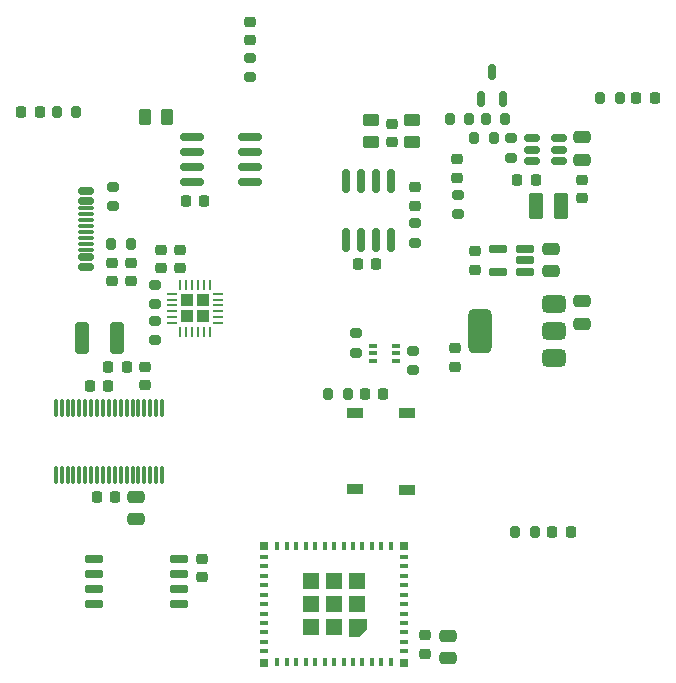
<source format=gtp>
G04 #@! TF.GenerationSoftware,KiCad,Pcbnew,8.0.6*
G04 #@! TF.CreationDate,2025-01-17T02:24:04-08:00*
G04 #@! TF.ProjectId,Constellation Stack V2.0,436f6e73-7465-46c6-9c61-74696f6e2053,rev?*
G04 #@! TF.SameCoordinates,Original*
G04 #@! TF.FileFunction,Paste,Top*
G04 #@! TF.FilePolarity,Positive*
%FSLAX46Y46*%
G04 Gerber Fmt 4.6, Leading zero omitted, Abs format (unit mm)*
G04 Created by KiCad (PCBNEW 8.0.6) date 2025-01-17 02:24:04*
%MOMM*%
%LPD*%
G01*
G04 APERTURE LIST*
G04 Aperture macros list*
%AMRoundRect*
0 Rectangle with rounded corners*
0 $1 Rounding radius*
0 $2 $3 $4 $5 $6 $7 $8 $9 X,Y pos of 4 corners*
0 Add a 4 corners polygon primitive as box body*
4,1,4,$2,$3,$4,$5,$6,$7,$8,$9,$2,$3,0*
0 Add four circle primitives for the rounded corners*
1,1,$1+$1,$2,$3*
1,1,$1+$1,$4,$5*
1,1,$1+$1,$6,$7*
1,1,$1+$1,$8,$9*
0 Add four rect primitives between the rounded corners*
20,1,$1+$1,$2,$3,$4,$5,0*
20,1,$1+$1,$4,$5,$6,$7,0*
20,1,$1+$1,$6,$7,$8,$9,0*
20,1,$1+$1,$8,$9,$2,$3,0*%
G04 Aperture macros list end*
%ADD10C,0.010000*%
%ADD11RoundRect,0.150000X0.150000X-0.825000X0.150000X0.825000X-0.150000X0.825000X-0.150000X-0.825000X0*%
%ADD12RoundRect,0.218750X-0.218750X-0.256250X0.218750X-0.256250X0.218750X0.256250X-0.218750X0.256250X0*%
%ADD13RoundRect,0.200000X0.275000X-0.200000X0.275000X0.200000X-0.275000X0.200000X-0.275000X-0.200000X0*%
%ADD14RoundRect,0.250000X0.450000X-0.262500X0.450000X0.262500X-0.450000X0.262500X-0.450000X-0.262500X0*%
%ADD15RoundRect,0.250000X-0.262500X-0.450000X0.262500X-0.450000X0.262500X0.450000X-0.262500X0.450000X0*%
%ADD16RoundRect,0.100000X-0.225000X-0.100000X0.225000X-0.100000X0.225000X0.100000X-0.225000X0.100000X0*%
%ADD17RoundRect,0.200000X0.200000X0.275000X-0.200000X0.275000X-0.200000X-0.275000X0.200000X-0.275000X0*%
%ADD18RoundRect,0.075000X-0.075000X0.662500X-0.075000X-0.662500X0.075000X-0.662500X0.075000X0.662500X0*%
%ADD19RoundRect,0.225000X0.250000X-0.225000X0.250000X0.225000X-0.250000X0.225000X-0.250000X-0.225000X0*%
%ADD20RoundRect,0.250000X-0.475000X0.250000X-0.475000X-0.250000X0.475000X-0.250000X0.475000X0.250000X0*%
%ADD21RoundRect,0.250000X0.475000X-0.250000X0.475000X0.250000X-0.475000X0.250000X-0.475000X-0.250000X0*%
%ADD22RoundRect,0.150000X-0.500000X0.150000X-0.500000X-0.150000X0.500000X-0.150000X0.500000X0.150000X0*%
%ADD23RoundRect,0.075000X-0.575000X0.075000X-0.575000X-0.075000X0.575000X-0.075000X0.575000X0.075000X0*%
%ADD24RoundRect,0.250000X-0.295000X0.295000X-0.295000X-0.295000X0.295000X-0.295000X0.295000X0.295000X0*%
%ADD25RoundRect,0.062500X-0.062500X0.350000X-0.062500X-0.350000X0.062500X-0.350000X0.062500X0.350000X0*%
%ADD26RoundRect,0.062500X-0.350000X0.062500X-0.350000X-0.062500X0.350000X-0.062500X0.350000X0.062500X0*%
%ADD27RoundRect,0.225000X-0.225000X-0.250000X0.225000X-0.250000X0.225000X0.250000X-0.225000X0.250000X0*%
%ADD28RoundRect,0.225000X-0.250000X0.225000X-0.250000X-0.225000X0.250000X-0.225000X0.250000X0.225000X0*%
%ADD29RoundRect,0.375000X0.625000X0.375000X-0.625000X0.375000X-0.625000X-0.375000X0.625000X-0.375000X0*%
%ADD30RoundRect,0.500000X0.500000X1.400000X-0.500000X1.400000X-0.500000X-1.400000X0.500000X-1.400000X0*%
%ADD31RoundRect,0.150000X0.512500X0.150000X-0.512500X0.150000X-0.512500X-0.150000X0.512500X-0.150000X0*%
%ADD32RoundRect,0.225000X0.225000X0.250000X-0.225000X0.250000X-0.225000X-0.250000X0.225000X-0.250000X0*%
%ADD33RoundRect,0.218750X0.218750X0.256250X-0.218750X0.256250X-0.218750X-0.256250X0.218750X-0.256250X0*%
%ADD34R,0.800000X0.400000*%
%ADD35R,0.400000X0.800000*%
%ADD36R,1.450000X1.450000*%
%ADD37R,0.700000X0.700000*%
%ADD38RoundRect,0.150000X-0.650000X-0.150000X0.650000X-0.150000X0.650000X0.150000X-0.650000X0.150000X0*%
%ADD39RoundRect,0.200000X-0.200000X-0.275000X0.200000X-0.275000X0.200000X0.275000X-0.200000X0.275000X0*%
%ADD40R,1.397000X0.889000*%
%ADD41RoundRect,0.150000X0.650000X0.150000X-0.650000X0.150000X-0.650000X-0.150000X0.650000X-0.150000X0*%
%ADD42RoundRect,0.250000X-0.325000X-1.100000X0.325000X-1.100000X0.325000X1.100000X-0.325000X1.100000X0*%
%ADD43RoundRect,0.150000X0.150000X-0.512500X0.150000X0.512500X-0.150000X0.512500X-0.150000X-0.512500X0*%
%ADD44RoundRect,0.150000X0.825000X0.150000X-0.825000X0.150000X-0.825000X-0.150000X0.825000X-0.150000X0*%
%ADD45RoundRect,0.250000X-0.375000X-0.850000X0.375000X-0.850000X0.375000X0.850000X-0.375000X0.850000X0*%
%ADD46RoundRect,0.250000X-0.450000X0.262500X-0.450000X-0.262500X0.450000X-0.262500X0.450000X0.262500X0*%
%ADD47RoundRect,0.218750X-0.256250X0.218750X-0.256250X-0.218750X0.256250X-0.218750X0.256250X0.218750X0*%
%ADD48RoundRect,0.200000X-0.275000X0.200000X-0.275000X-0.200000X0.275000X-0.200000X0.275000X0.200000X0*%
G04 APERTURE END LIST*
D10*
X56675000Y-78300000D02*
X56075000Y-78900000D01*
X55225000Y-78900000D01*
X55225000Y-77450000D01*
X56675000Y-77450000D01*
X56675000Y-78300000D01*
G36*
X56675000Y-78300000D02*
G01*
X56075000Y-78900000D01*
X55225000Y-78900000D01*
X55225000Y-77450000D01*
X56675000Y-77450000D01*
X56675000Y-78300000D01*
G37*
D11*
X54950000Y-45330000D03*
X56220000Y-45330000D03*
X57490000Y-45330000D03*
X58760000Y-45330000D03*
X58760000Y-40380000D03*
X57490000Y-40380000D03*
X56220000Y-40380000D03*
X54950000Y-40380000D03*
D12*
X27492500Y-34544000D03*
X29067500Y-34544000D03*
D13*
X38795000Y-50830000D03*
X38795000Y-49180000D03*
D14*
X60604999Y-37075000D03*
X60604999Y-35250000D03*
D15*
X37995000Y-34970000D03*
X39820000Y-34970000D03*
D16*
X57282499Y-54307500D03*
X57282500Y-54957500D03*
X57282499Y-55607500D03*
X59182499Y-55607500D03*
X59182498Y-54957500D03*
X59182499Y-54307500D03*
D17*
X65420000Y-35160000D03*
X63770000Y-35160000D03*
D18*
X39412500Y-59567500D03*
X38912500Y-59567500D03*
X38412500Y-59567500D03*
X37912500Y-59567500D03*
X37412500Y-59567500D03*
X36912500Y-59567500D03*
X36412500Y-59567500D03*
X35912500Y-59567500D03*
X35412500Y-59567500D03*
X34912500Y-59567500D03*
X34412500Y-59567500D03*
X33912500Y-59567500D03*
X33412500Y-59567500D03*
X32912500Y-59567500D03*
X32412500Y-59567500D03*
X31912500Y-59567500D03*
X31412500Y-59567500D03*
X30912500Y-59567500D03*
X30412500Y-59567500D03*
X30412500Y-65292500D03*
X30912500Y-65292500D03*
X31412500Y-65292500D03*
X31912500Y-65292500D03*
X32412500Y-65292500D03*
X32912500Y-65292500D03*
X33412500Y-65292500D03*
X33912500Y-65292500D03*
X34412500Y-65292500D03*
X34912500Y-65292500D03*
X35412500Y-65292500D03*
X35912500Y-65292500D03*
X36412500Y-65292500D03*
X36912500Y-65292500D03*
X37412500Y-65292500D03*
X37912500Y-65292500D03*
X38412500Y-65292500D03*
X38912500Y-65292500D03*
X39412500Y-65292500D03*
D19*
X74930000Y-41850000D03*
X74930000Y-40300000D03*
D20*
X74950000Y-50550000D03*
X74950000Y-52449998D03*
D21*
X37240000Y-69019999D03*
X37240000Y-67120001D03*
D22*
X32955000Y-41250000D03*
X32955000Y-42050000D03*
D23*
X32954999Y-43200000D03*
X32955000Y-44200000D03*
X32955000Y-44700000D03*
X32954999Y-45700000D03*
D22*
X32955000Y-46850000D03*
X32955000Y-47650000D03*
X32955000Y-47650000D03*
X32955000Y-46850000D03*
D23*
X32955000Y-46200000D03*
X32955000Y-45200000D03*
X32955000Y-43700000D03*
X32955000Y-42700000D03*
D22*
X32955000Y-42050000D03*
X32955000Y-41250000D03*
D19*
X40905000Y-47730001D03*
X40905000Y-46180001D03*
D24*
X42895000Y-50485000D03*
X41545000Y-50485000D03*
X42895000Y-51835000D03*
X41545000Y-51835000D03*
D25*
X43470000Y-49197499D03*
X42970000Y-49197500D03*
X42470000Y-49197500D03*
X41970000Y-49197500D03*
X41470000Y-49197500D03*
X40970000Y-49197499D03*
D26*
X40257499Y-49910000D03*
X40257500Y-50410000D03*
X40257500Y-50910000D03*
X40257500Y-51410000D03*
X40257500Y-51910000D03*
X40257499Y-52410000D03*
D25*
X40970000Y-53122501D03*
X41470000Y-53122500D03*
X41970000Y-53122500D03*
X42470000Y-53122500D03*
X42970000Y-53122500D03*
X43470000Y-53122501D03*
D26*
X44182501Y-52410000D03*
X44182500Y-51910000D03*
X44182500Y-51410000D03*
X44182500Y-50910000D03*
X44182500Y-50410000D03*
X44182501Y-49910000D03*
D27*
X56555000Y-58400000D03*
X58105000Y-58400000D03*
D28*
X35183750Y-47317500D03*
X35183750Y-48867500D03*
D29*
X72600000Y-55400000D03*
X72599999Y-53100000D03*
X72600000Y-50800000D03*
D30*
X66300001Y-53100000D03*
D31*
X72980000Y-38659999D03*
X72980000Y-37710000D03*
X72980000Y-36760001D03*
X70705000Y-36760001D03*
X70705000Y-37710000D03*
X70705000Y-38659999D03*
D27*
X34862500Y-56150000D03*
X36412500Y-56150000D03*
D32*
X57520000Y-47395000D03*
X55970000Y-47395000D03*
D28*
X42790000Y-72365000D03*
X42790000Y-73915000D03*
D13*
X35233750Y-42527500D03*
X35233750Y-40877500D03*
D33*
X74032501Y-70100000D03*
X72457499Y-70100000D03*
D13*
X60790000Y-45595000D03*
X60790000Y-43945000D03*
D34*
X59875000Y-80200000D03*
X59875000Y-79400000D03*
X59875000Y-78600000D03*
X59875000Y-77800000D03*
X59875000Y-76999999D03*
X59875000Y-76200000D03*
X59875000Y-75400001D03*
X59875000Y-74600000D03*
X59875000Y-73800000D03*
X59875000Y-73000000D03*
X59875000Y-72200000D03*
D35*
X58775000Y-71300000D03*
X57975000Y-71300000D03*
X57175000Y-71300000D03*
X56375000Y-71300000D03*
X55575000Y-71300000D03*
X54775000Y-71300000D03*
X53975000Y-71300000D03*
X53175000Y-71300000D03*
X52375000Y-71300000D03*
X51575000Y-71300000D03*
X50775000Y-71300000D03*
X49975000Y-71300000D03*
X49175000Y-71300000D03*
D34*
X48075000Y-72200000D03*
X48075000Y-73000000D03*
X48075000Y-73800000D03*
X48075000Y-74600000D03*
X48075000Y-75400001D03*
X48075000Y-76200000D03*
X48075000Y-76999999D03*
X48075000Y-77800000D03*
X48075000Y-78600000D03*
X48075000Y-79400000D03*
X48075000Y-80200000D03*
D35*
X49175000Y-81100000D03*
X49975000Y-81100000D03*
X50775000Y-81100000D03*
X51575000Y-81100000D03*
X52375000Y-81100000D03*
X53175000Y-81100000D03*
X53975000Y-81100000D03*
X54775000Y-81100000D03*
X55575000Y-81100000D03*
X56375000Y-81100000D03*
X57175000Y-81100000D03*
X57975000Y-81100000D03*
X58775000Y-81100000D03*
D36*
X53975000Y-76200000D03*
X53975000Y-74225000D03*
X52000000Y-74225000D03*
X52000000Y-76200000D03*
X52000000Y-78175000D03*
X55950000Y-76200000D03*
X55950000Y-74225000D03*
X53975000Y-78175000D03*
D37*
X48025000Y-81150000D03*
X48025000Y-71250000D03*
X59925000Y-71250000D03*
X59925000Y-81150000D03*
D38*
X33680000Y-72405000D03*
X33680000Y-73675000D03*
X33680000Y-74945000D03*
X33680000Y-76215000D03*
X40880000Y-76215000D03*
X40880000Y-74945000D03*
X40880000Y-73675000D03*
X40880000Y-72405000D03*
D28*
X58840000Y-35525000D03*
X58840000Y-37075000D03*
X61700000Y-78850000D03*
X61700000Y-80400000D03*
X64219999Y-54550000D03*
X64219999Y-56100000D03*
D27*
X33325000Y-57760000D03*
X34875000Y-57760000D03*
D19*
X65900000Y-47875000D03*
X65900000Y-46325000D03*
D39*
X35128750Y-45732500D03*
X36778750Y-45732500D03*
X69330000Y-70100000D03*
X70980000Y-70100000D03*
D40*
X55755000Y-66479999D03*
X55755000Y-59979997D03*
D13*
X38790000Y-53855000D03*
X38790000Y-52205000D03*
D40*
X60165000Y-66499999D03*
X60165000Y-59999997D03*
D17*
X32130000Y-34544000D03*
X30480000Y-34544000D03*
D13*
X68980000Y-38410001D03*
X68980000Y-36760001D03*
D41*
X70160000Y-48050000D03*
X70160000Y-47100000D03*
X70160000Y-46150000D03*
X67860000Y-46150000D03*
X67860000Y-48050000D03*
D42*
X32674999Y-53680000D03*
X35625001Y-53680000D03*
D43*
X66420002Y-33400000D03*
X68320000Y-33400000D03*
X67370001Y-31125000D03*
D21*
X72340001Y-48029998D03*
X72340001Y-46130000D03*
D19*
X39315000Y-47730000D03*
X39315000Y-46180000D03*
D44*
X46895000Y-40430000D03*
X46895000Y-39160000D03*
X46895000Y-37890000D03*
X46895000Y-36620000D03*
X41945000Y-36620000D03*
X41945000Y-37890000D03*
X41945000Y-39160000D03*
X41945000Y-40430000D03*
D33*
X81155002Y-33380000D03*
X79580000Y-33380000D03*
D45*
X71035000Y-42510000D03*
X73185000Y-42510000D03*
D19*
X38000000Y-57675000D03*
X38000000Y-56125000D03*
D46*
X57074999Y-35250000D03*
X57074999Y-37075000D03*
D27*
X33895000Y-67130000D03*
X35445000Y-67130000D03*
D13*
X64430000Y-43175000D03*
X64430000Y-41525000D03*
D39*
X53470000Y-58400000D03*
X55120000Y-58400000D03*
D28*
X36753750Y-47317501D03*
X36753750Y-48867501D03*
D13*
X46850000Y-31595000D03*
X46850000Y-29945000D03*
D47*
X46859999Y-26872499D03*
X46859999Y-28447501D03*
X64420000Y-38512499D03*
X64420000Y-40087501D03*
D39*
X76505000Y-33380000D03*
X78155000Y-33380000D03*
D20*
X74940000Y-36690000D03*
X74940000Y-38589998D03*
D13*
X60682500Y-56405000D03*
X60682500Y-54755000D03*
D17*
X67500000Y-36760001D03*
X65850000Y-36760001D03*
D47*
X60790000Y-40904998D03*
X60790000Y-42480000D03*
D27*
X41440000Y-42090000D03*
X42990000Y-42090000D03*
D20*
X63610000Y-78900000D03*
X63610000Y-80799998D03*
D17*
X68470000Y-35160000D03*
X66820000Y-35160000D03*
D48*
X55812500Y-53275000D03*
X55812500Y-54925000D03*
D27*
X69485000Y-40250000D03*
X71035000Y-40250000D03*
M02*

</source>
